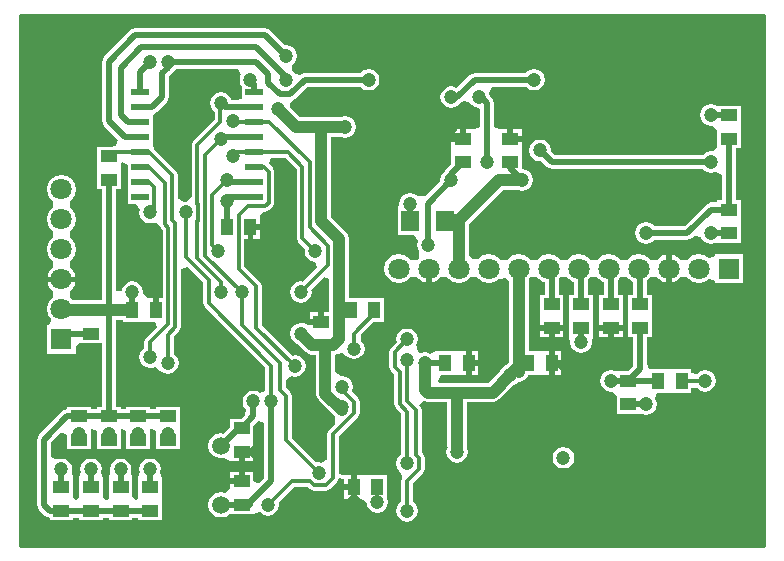
<source format=gbl>
G04 Layer_Physical_Order=2*
G04 Layer_Color=16711680*
%FSLAX42Y42*%
%MOMM*%
G71*
G01*
G75*
%ADD10R,1.00X1.40*%
%ADD13R,1.40X1.00*%
%ADD14R,1.50X1.70*%
%ADD16R,1.50X0.60*%
%ADD17C,0.50*%
%ADD18C,0.30*%
%ADD19C,1.00*%
%ADD21C,0.25*%
%ADD22R,1.80X1.80*%
%ADD23C,1.80*%
%ADD24C,1.50*%
%ADD25R,1.80X1.80*%
%ADD26C,1.20*%
G36*
X6300Y0D02*
X0D01*
Y4500D01*
X6300D01*
Y0D01*
D02*
G37*
%LPC*%
G36*
X4350Y4042D02*
X4315Y4035D01*
X4285Y4015D01*
X4282Y4010D01*
X3850D01*
X3808Y3992D01*
X3694Y3879D01*
X3685Y3885D01*
X3650Y3892D01*
X3615Y3885D01*
X3585Y3865D01*
X3565Y3835D01*
X3558Y3800D01*
X3565Y3765D01*
X3585Y3735D01*
X3615Y3715D01*
X3650Y3708D01*
X3685Y3715D01*
X3715Y3735D01*
X3726Y3751D01*
X3742Y3758D01*
X3750Y3766D01*
X3767Y3766D01*
X3809Y3754D01*
X3822Y3735D01*
X3851Y3715D01*
X3887Y3708D01*
X3890Y3705D01*
Y3553D01*
X3850Y3530D01*
X3840Y3530D01*
X3775D01*
Y3450D01*
X3750D01*
Y3425D01*
X3650D01*
Y3380D01*
X3650Y3370D01*
Y3330D01*
X3650Y3320D01*
Y3234D01*
X3608Y3192D01*
X3601Y3176D01*
X3585Y3165D01*
X3565Y3135D01*
X3558Y3100D01*
X3559Y3094D01*
X3427Y2961D01*
X3369Y2963D01*
X3365Y2965D01*
X3365Y2965D01*
X3335Y2985D01*
X3300Y2992D01*
X3265Y2985D01*
X3235Y2965D01*
X3215Y2935D01*
X3207Y2899D01*
X3195Y2865D01*
X3195Y2819D01*
Y2635D01*
X3338D01*
X3365Y2585D01*
X3358Y2550D01*
X3365Y2515D01*
X3376Y2498D01*
X3374Y2439D01*
X3373Y2437D01*
X3362Y2419D01*
X3304D01*
X3293Y2437D01*
X3253Y2463D01*
X3206Y2472D01*
X3159Y2463D01*
X3119Y2437D01*
X3093Y2397D01*
X3084Y2350D01*
X3093Y2303D01*
X3119Y2263D01*
X3159Y2237D01*
X3206Y2228D01*
X3253Y2237D01*
X3293Y2263D01*
X3304Y2281D01*
X3362D01*
X3373Y2263D01*
X3413Y2237D01*
X3435Y2233D01*
Y2350D01*
X3485D01*
Y2233D01*
X3507Y2237D01*
X3547Y2263D01*
X3558Y2281D01*
X3616D01*
X3627Y2263D01*
X3667Y2237D01*
X3714Y2228D01*
X3761Y2237D01*
X3801Y2263D01*
X3812Y2281D01*
X3870D01*
X3881Y2263D01*
X3921Y2237D01*
X3968Y2228D01*
X4015Y2237D01*
X4055Y2263D01*
X4056Y2265D01*
X4111Y2269D01*
X4140Y2238D01*
Y1556D01*
X4121Y1536D01*
X4115Y1535D01*
X4085Y1515D01*
X4065Y1485D01*
X4064Y1479D01*
X3966Y1382D01*
X3547D01*
X3535Y1400D01*
X3562Y1450D01*
X3670D01*
X3680Y1450D01*
X3720D01*
X3730Y1450D01*
X3775D01*
Y1550D01*
Y1650D01*
X3730D01*
X3720Y1650D01*
X3680D01*
X3670Y1650D01*
X3520D01*
X3520Y1650D01*
X3470Y1628D01*
X3460Y1635D01*
X3425Y1642D01*
X3396Y1636D01*
X3384Y1638D01*
X3368Y1648D01*
X3355Y1708D01*
X3360Y1715D01*
X3367Y1750D01*
X3360Y1785D01*
X3340Y1815D01*
X3310Y1835D01*
X3275Y1842D01*
X3240Y1835D01*
X3210Y1815D01*
X3190Y1785D01*
X3183Y1750D01*
X3187Y1731D01*
X3136Y1679D01*
X3121Y1645D01*
Y1520D01*
X3136Y1486D01*
X3166Y1455D01*
Y1200D01*
X3181Y1166D01*
X3226Y1120D01*
Y776D01*
X3210Y765D01*
X3190Y735D01*
X3183Y700D01*
X3190Y665D01*
X3210Y635D01*
X3215Y632D01*
X3236Y593D01*
X3232Y566D01*
X3226Y552D01*
Y376D01*
X3210Y365D01*
X3190Y335D01*
X3183Y300D01*
X3190Y265D01*
X3210Y235D01*
X3240Y215D01*
X3275Y208D01*
X3310Y215D01*
X3340Y235D01*
X3360Y265D01*
X3367Y300D01*
X3360Y335D01*
X3340Y365D01*
X3324Y376D01*
Y531D01*
X3414Y622D01*
X3429Y657D01*
Y743D01*
X3414Y778D01*
X3399Y794D01*
Y1150D01*
X3384Y1184D01*
X3375Y1194D01*
X3407Y1232D01*
X3419Y1225D01*
X3450Y1218D01*
X3618D01*
Y850D01*
X3620Y842D01*
X3615Y835D01*
X3608Y800D01*
X3615Y765D01*
X3635Y735D01*
X3665Y715D01*
X3700Y708D01*
X3735Y715D01*
X3765Y735D01*
X3785Y765D01*
X3792Y800D01*
X3785Y835D01*
X3780Y842D01*
X3782Y850D01*
Y1218D01*
X4000D01*
X4031Y1225D01*
X4058Y1242D01*
X4179Y1364D01*
X4185Y1365D01*
X4215Y1385D01*
X4219Y1391D01*
X4222Y1390D01*
X4253Y1397D01*
X4280Y1414D01*
X4297Y1441D01*
X4299Y1450D01*
X4370D01*
X4380Y1450D01*
X4420D01*
X4430Y1450D01*
X4475D01*
Y1550D01*
Y1650D01*
X4430D01*
X4420Y1650D01*
X4380D01*
X4370Y1650D01*
X4304D01*
Y2260D01*
X4309Y2263D01*
X4320Y2281D01*
X4378D01*
X4389Y2263D01*
X4429Y2237D01*
X4440Y2235D01*
Y2130D01*
X4400D01*
Y1980D01*
X4400Y1970D01*
Y1930D01*
X4400Y1920D01*
Y1875D01*
X4500D01*
X4600D01*
Y1920D01*
X4600Y1930D01*
Y1970D01*
X4600Y1980D01*
Y2130D01*
X4560D01*
Y2261D01*
X4563Y2263D01*
X4574Y2281D01*
X4632D01*
X4643Y2263D01*
X4683Y2237D01*
X4690Y2236D01*
Y2130D01*
X4650D01*
Y1980D01*
X4650Y1970D01*
Y1930D01*
X4650Y1920D01*
Y1770D01*
X4650D01*
X4658Y1725D01*
X4659Y1724D01*
X4665Y1690D01*
X4685Y1660D01*
X4715Y1640D01*
X4750Y1633D01*
X4785Y1640D01*
X4815Y1660D01*
X4835Y1690D01*
X4841Y1724D01*
X4842Y1725D01*
X4850Y1770D01*
X4850D01*
Y1920D01*
X4850Y1930D01*
Y1970D01*
X4850Y1980D01*
Y2130D01*
X4810D01*
Y2259D01*
X4817Y2263D01*
X4828Y2281D01*
X4886D01*
X4897Y2263D01*
X4937Y2237D01*
X4940Y2236D01*
Y2130D01*
X4900D01*
Y1980D01*
X4900Y1970D01*
Y1930D01*
X4900Y1920D01*
Y1875D01*
X5000D01*
X5100D01*
Y1920D01*
X5100Y1930D01*
Y1970D01*
X5100Y1980D01*
Y2130D01*
X5060D01*
Y2256D01*
X5071Y2263D01*
X5082Y2281D01*
X5140D01*
X5151Y2263D01*
X5190Y2237D01*
Y2130D01*
X5150D01*
Y1980D01*
X5150Y1970D01*
Y1930D01*
X5150Y1920D01*
Y1770D01*
X5190D01*
Y1525D01*
X5146Y1480D01*
X5050D01*
X5050Y1480D01*
X5038Y1483D01*
X5035Y1485D01*
X5000Y1492D01*
X4965Y1485D01*
X4935Y1465D01*
X4915Y1435D01*
X4908Y1400D01*
X4915Y1365D01*
X4935Y1335D01*
X4965Y1315D01*
X5000Y1308D01*
X5013Y1311D01*
X5050Y1270D01*
Y1120D01*
X5250D01*
X5250Y1120D01*
X5262Y1117D01*
X5265Y1115D01*
X5300Y1108D01*
X5335Y1115D01*
X5365Y1135D01*
X5385Y1165D01*
X5392Y1200D01*
X5385Y1235D01*
X5375Y1250D01*
X5394Y1297D01*
X5397Y1300D01*
X5470D01*
X5480Y1300D01*
X5520D01*
X5530Y1300D01*
X5680D01*
Y1337D01*
X5730Y1343D01*
X5735Y1335D01*
X5765Y1315D01*
X5800Y1308D01*
X5835Y1315D01*
X5865Y1335D01*
X5885Y1365D01*
X5892Y1400D01*
X5885Y1435D01*
X5865Y1465D01*
X5835Y1485D01*
X5800Y1492D01*
X5765Y1485D01*
X5735Y1465D01*
X5730Y1457D01*
X5680Y1463D01*
Y1500D01*
X5530D01*
X5520Y1500D01*
X5480D01*
X5470Y1500D01*
X5356D01*
X5320Y1500D01*
X5310Y1546D01*
Y1770D01*
X5350D01*
Y1920D01*
X5350Y1930D01*
Y1970D01*
X5350Y1980D01*
Y2130D01*
X5310D01*
Y2253D01*
X5325Y2263D01*
X5336Y2281D01*
X5394D01*
X5405Y2263D01*
X5445Y2237D01*
X5467Y2233D01*
Y2350D01*
Y2467D01*
X5445Y2463D01*
X5405Y2437D01*
X5394Y2419D01*
X5336D01*
X5325Y2437D01*
X5285Y2463D01*
X5238Y2472D01*
X5191Y2463D01*
X5151Y2437D01*
X5140Y2419D01*
X5082D01*
X5071Y2437D01*
X5031Y2463D01*
X4984Y2472D01*
X4937Y2463D01*
X4897Y2437D01*
X4886Y2419D01*
X4828D01*
X4817Y2437D01*
X4777Y2463D01*
X4730Y2472D01*
X4683Y2463D01*
X4643Y2437D01*
X4632Y2419D01*
X4574D01*
X4563Y2437D01*
X4523Y2463D01*
X4476Y2472D01*
X4429Y2463D01*
X4389Y2437D01*
X4378Y2419D01*
X4320D01*
X4309Y2437D01*
X4269Y2463D01*
X4222Y2472D01*
X4175Y2463D01*
X4135Y2437D01*
X4124Y2419D01*
X4066D01*
X4055Y2437D01*
X4015Y2463D01*
X3968Y2472D01*
X3921Y2463D01*
X3881Y2437D01*
X3880Y2435D01*
X3825Y2431D01*
X3796Y2462D01*
Y2730D01*
X4084Y3018D01*
X4210D01*
X4215Y3015D01*
X4250Y3008D01*
X4285Y3015D01*
X4315Y3035D01*
X4335Y3065D01*
X4342Y3100D01*
X4335Y3135D01*
X4315Y3165D01*
X4285Y3185D01*
X4250Y3192D01*
Y3320D01*
X4250Y3330D01*
Y3370D01*
X4250Y3380D01*
Y3425D01*
X4150D01*
Y3450D01*
X4125D01*
Y3530D01*
X4060D01*
X4050Y3530D01*
X4010Y3553D01*
Y3750D01*
X3992Y3792D01*
X3977Y3807D01*
X3971Y3835D01*
X3968Y3840D01*
X3994Y3890D01*
X4282D01*
X4285Y3885D01*
X4315Y3865D01*
X4350Y3858D01*
X4385Y3865D01*
X4415Y3885D01*
X4435Y3915D01*
X4442Y3950D01*
X4435Y3985D01*
X4415Y4015D01*
X4385Y4035D01*
X4350Y4042D01*
D02*
G37*
G36*
X2075Y4385D02*
X975D01*
X933Y4367D01*
X708Y4142D01*
X690Y4100D01*
Y3600D01*
X708Y3558D01*
X831Y3435D01*
X811Y3385D01*
X786D01*
X774Y3380D01*
X650D01*
Y3230D01*
X650Y3220D01*
Y3180D01*
X650Y3170D01*
Y3020D01*
X690D01*
Y2082D01*
X442D01*
X437Y2091D01*
X419Y2102D01*
Y2160D01*
X437Y2171D01*
X463Y2211D01*
X467Y2233D01*
X350D01*
X233D01*
X237Y2211D01*
X263Y2171D01*
X281Y2160D01*
Y2102D01*
X263Y2091D01*
X237Y2051D01*
X228Y2004D01*
X237Y1957D01*
X262Y1920D01*
X259Y1906D01*
X245Y1870D01*
X230D01*
Y1630D01*
X470D01*
Y1682D01*
X500Y1720D01*
X690D01*
Y1180D01*
X650D01*
Y1160D01*
X600D01*
Y1180D01*
X400D01*
Y1160D01*
X358Y1142D01*
X358Y1142D01*
X158Y942D01*
X140Y900D01*
Y350D01*
X158Y308D01*
X208Y258D01*
X250Y240D01*
Y220D01*
X450D01*
Y240D01*
X500D01*
Y220D01*
X700D01*
Y240D01*
X750D01*
Y220D01*
X950D01*
Y240D01*
X1000D01*
Y220D01*
X1200D01*
Y370D01*
X1200Y380D01*
Y420D01*
X1200Y430D01*
Y580D01*
X1200D01*
X1188Y630D01*
X1192Y650D01*
X1185Y685D01*
X1165Y715D01*
X1135Y735D01*
X1100Y742D01*
X1065Y735D01*
X1035Y715D01*
X1015Y685D01*
X1008Y650D01*
X1012Y630D01*
X1000Y580D01*
X1000D01*
Y430D01*
X1000Y420D01*
Y401D01*
X980Y393D01*
X950Y412D01*
X950Y430D01*
Y580D01*
X950D01*
X938Y630D01*
X942Y650D01*
X935Y685D01*
X915Y715D01*
X885Y735D01*
X850Y742D01*
X815Y735D01*
X785Y715D01*
X765Y685D01*
X758Y650D01*
X762Y630D01*
X750Y580D01*
X750D01*
Y430D01*
X750Y420D01*
Y401D01*
X730Y393D01*
X700Y412D01*
X700Y430D01*
Y580D01*
X700D01*
X688Y630D01*
X692Y650D01*
X685Y685D01*
X665Y715D01*
X635Y735D01*
X600Y742D01*
X565Y735D01*
X535Y715D01*
X515Y685D01*
X508Y650D01*
X512Y630D01*
X500Y580D01*
X500D01*
Y430D01*
X500Y408D01*
X476Y395D01*
X450Y410D01*
Y420D01*
X450D01*
Y580D01*
X450D01*
X438Y630D01*
X442Y650D01*
X435Y685D01*
X415Y715D01*
X385Y735D01*
X350Y742D01*
X315Y735D01*
X310Y731D01*
X260Y758D01*
Y875D01*
X350Y966D01*
X400Y945D01*
Y820D01*
X600D01*
Y970D01*
X600Y980D01*
X600D01*
Y989D01*
X604Y993D01*
X640Y983D01*
X650Y975D01*
Y820D01*
X850D01*
Y970D01*
X850Y980D01*
X850D01*
Y989D01*
X854Y993D01*
X890Y983D01*
X900Y975D01*
Y820D01*
X1100D01*
Y970D01*
X1100Y980D01*
X1100D01*
Y989D01*
X1104Y993D01*
X1140Y983D01*
X1150Y975D01*
Y820D01*
X1350D01*
Y970D01*
X1350Y980D01*
X1350D01*
Y1020D01*
X1350D01*
Y1180D01*
X1150D01*
Y1160D01*
X1100D01*
Y1180D01*
X900D01*
Y1160D01*
X850D01*
Y1180D01*
X810D01*
Y1918D01*
X870D01*
Y1900D01*
X1020D01*
X1030Y1900D01*
X1070D01*
X1080Y1900D01*
X1141D01*
X1160Y1854D01*
X1066Y1759D01*
X1051Y1725D01*
Y1676D01*
X1035Y1665D01*
X1015Y1635D01*
X1008Y1600D01*
X1015Y1565D01*
X1035Y1535D01*
X1065Y1515D01*
X1100Y1508D01*
X1115Y1511D01*
X1139Y1513D01*
X1184Y1487D01*
X1185Y1485D01*
X1215Y1465D01*
X1250Y1458D01*
X1285Y1465D01*
X1315Y1485D01*
X1335Y1515D01*
X1342Y1550D01*
X1335Y1585D01*
X1315Y1615D01*
X1299Y1626D01*
Y1770D01*
X1349Y1821D01*
X1364Y1855D01*
Y2347D01*
X1414Y2367D01*
X1546Y2235D01*
Y2055D01*
X1561Y2021D01*
X2076Y1505D01*
Y1321D01*
X2071Y1316D01*
X2033Y1300D01*
X2012Y1308D01*
X2010Y1310D01*
X1975Y1317D01*
X1940Y1310D01*
X1910Y1290D01*
X1890Y1260D01*
X1883Y1225D01*
X1890Y1190D01*
X1910Y1160D01*
X1903Y1112D01*
X1871Y1080D01*
X1775D01*
Y1009D01*
X1719Y953D01*
X1700Y957D01*
X1659Y949D01*
X1624Y926D01*
X1601Y891D01*
X1593Y850D01*
X1601Y809D01*
X1624Y774D01*
X1659Y751D01*
X1700Y743D01*
X1725Y748D01*
X1775Y720D01*
Y720D01*
X1850D01*
Y800D01*
X1875D01*
Y825D01*
X1975D01*
Y880D01*
X1975Y880D01*
Y920D01*
X1975D01*
X1975Y930D01*
Y1016D01*
X2015Y1056D01*
X2024Y1056D01*
X2065Y1044D01*
Y575D01*
X2021Y530D01*
X1975Y550D01*
Y630D01*
X1900D01*
Y550D01*
X1875D01*
Y525D01*
X1775D01*
Y486D01*
X1762Y472D01*
X1733Y450D01*
X1700Y457D01*
X1659Y449D01*
X1624Y426D01*
X1601Y391D01*
X1593Y350D01*
X1601Y309D01*
X1624Y274D01*
X1659Y251D01*
X1700Y243D01*
X1741Y251D01*
X1753Y259D01*
X1775Y270D01*
X1975D01*
Y271D01*
X2022Y292D01*
X2035Y285D01*
X2035Y285D01*
X2065Y265D01*
X2100Y258D01*
X2135Y265D01*
X2165Y285D01*
X2185Y315D01*
X2192Y350D01*
X2188Y369D01*
X2320Y501D01*
X2430D01*
X2450Y481D01*
X2484Y467D01*
X2591D01*
X2625Y481D01*
X2684Y541D01*
X2692Y559D01*
X2699Y575D01*
X2745Y566D01*
X2745Y552D01*
X2745Y550D01*
Y525D01*
X2800D01*
Y600D01*
X2749D01*
X2745Y600D01*
X2699Y609D01*
X2699Y622D01*
Y930D01*
X2864Y1096D01*
X2879Y1130D01*
Y1220D01*
X2864Y1254D01*
X2807Y1311D01*
X2810Y1315D01*
X2817Y1350D01*
X2810Y1385D01*
X2790Y1415D01*
X2760Y1435D01*
X2725Y1442D01*
X2717Y1440D01*
X2667Y1475D01*
Y1622D01*
X2681Y1625D01*
X2691Y1631D01*
X2721Y1635D01*
X2754Y1618D01*
X2760Y1608D01*
X2790Y1589D01*
X2825Y1582D01*
X2860Y1589D01*
X2890Y1608D01*
X2910Y1638D01*
X2917Y1673D01*
X2910Y1708D01*
X2890Y1738D01*
X2887Y1793D01*
X2994Y1900D01*
X3080D01*
Y2100D01*
X2930D01*
X2920Y2100D01*
Y2100D01*
X2880D01*
Y2100D01*
X2782D01*
Y2600D01*
X2775Y2631D01*
X2758Y2658D01*
X2632Y2784D01*
Y3468D01*
X2710D01*
X2715Y3465D01*
X2750Y3458D01*
X2785Y3465D01*
X2815Y3485D01*
X2835Y3515D01*
X2842Y3550D01*
X2835Y3585D01*
X2815Y3615D01*
X2785Y3635D01*
X2750Y3642D01*
X2715Y3635D01*
X2710Y3632D01*
X2369D01*
X2285Y3715D01*
X2286Y3735D01*
X2294Y3761D01*
X2305Y3773D01*
X2330Y3783D01*
X2437Y3890D01*
X2882D01*
X2885Y3885D01*
X2915Y3865D01*
X2950Y3858D01*
X2985Y3865D01*
X3015Y3885D01*
X3035Y3915D01*
X3042Y3950D01*
X3035Y3985D01*
X3015Y4015D01*
X2985Y4035D01*
X2950Y4042D01*
X2915Y4035D01*
X2885Y4015D01*
X2882Y4010D01*
X2413D01*
X2382Y3997D01*
X2367Y3993D01*
X2318Y4010D01*
X2315Y4015D01*
X2304Y4022D01*
X2304Y4078D01*
X2315Y4085D01*
X2335Y4115D01*
X2342Y4150D01*
X2335Y4185D01*
X2315Y4215D01*
X2285Y4235D01*
X2250Y4242D01*
X2244Y4241D01*
X2117Y4367D01*
X2075Y4385D01*
D02*
G37*
G36*
X4175Y3530D02*
Y3475D01*
X4250D01*
Y3530D01*
X4175D01*
D02*
G37*
G36*
X3725D02*
X3650D01*
Y3475D01*
X3725D01*
Y3530D01*
D02*
G37*
G36*
X5850Y3742D02*
X5815Y3735D01*
X5785Y3715D01*
X5765Y3685D01*
X5758Y3650D01*
X5765Y3615D01*
X5785Y3585D01*
X5815Y3565D01*
X5850Y3558D01*
X5863Y3561D01*
X5900Y3520D01*
Y3380D01*
X5863Y3339D01*
X5850Y3342D01*
X5815Y3335D01*
X5785Y3315D01*
X5782Y3310D01*
X4525D01*
X4491Y3344D01*
X4492Y3350D01*
X4485Y3385D01*
X4465Y3415D01*
X4435Y3435D01*
X4400Y3442D01*
X4365Y3435D01*
X4335Y3415D01*
X4315Y3385D01*
X4308Y3350D01*
X4315Y3315D01*
X4335Y3285D01*
X4365Y3265D01*
X4400Y3258D01*
X4406Y3259D01*
X4458Y3208D01*
X4500Y3190D01*
X5782D01*
X5785Y3185D01*
X5815Y3165D01*
X5850Y3158D01*
X5885Y3165D01*
X5890Y3169D01*
X5940Y3142D01*
Y2930D01*
X5900D01*
Y2910D01*
X5850D01*
X5808Y2892D01*
X5625Y2710D01*
X5368D01*
X5365Y2715D01*
X5335Y2735D01*
X5300Y2742D01*
X5265Y2735D01*
X5235Y2715D01*
X5215Y2685D01*
X5208Y2650D01*
X5215Y2615D01*
X5235Y2585D01*
X5265Y2565D01*
X5300Y2558D01*
X5335Y2565D01*
X5365Y2585D01*
X5368Y2590D01*
X5650D01*
X5692Y2608D01*
X5712Y2628D01*
X5764Y2615D01*
X5767Y2612D01*
X5785Y2585D01*
X5815Y2565D01*
X5850Y2558D01*
X5885Y2565D01*
X5900Y2570D01*
X5900Y2570D01*
X5900Y2570D01*
X6100D01*
Y2730D01*
X6100D01*
Y2770D01*
X6100D01*
Y2930D01*
X6060D01*
Y3370D01*
X6100D01*
Y3520D01*
X6100Y3530D01*
Y3570D01*
X6100Y3580D01*
Y3730D01*
X5900D01*
X5900Y3730D01*
X5888Y3733D01*
X5885Y3735D01*
X5850Y3742D01*
D02*
G37*
G36*
X5746Y2472D02*
X5699Y2463D01*
X5659Y2437D01*
X5648Y2419D01*
X5590D01*
X5579Y2437D01*
X5539Y2463D01*
X5517Y2467D01*
Y2350D01*
Y2233D01*
X5539Y2237D01*
X5579Y2263D01*
X5590Y2281D01*
X5648D01*
X5659Y2263D01*
X5699Y2237D01*
X5746Y2228D01*
X5793Y2237D01*
X5830Y2262D01*
X5844Y2259D01*
X5880Y2245D01*
Y2230D01*
X6120D01*
Y2470D01*
X5880D01*
Y2455D01*
X5844Y2441D01*
X5830Y2438D01*
X5793Y2463D01*
X5746Y2472D01*
D02*
G37*
G36*
X350Y3142D02*
X303Y3133D01*
X263Y3107D01*
X237Y3067D01*
X228Y3020D01*
X237Y2973D01*
X263Y2933D01*
X281Y2922D01*
Y2864D01*
X263Y2853D01*
X237Y2813D01*
X228Y2766D01*
X237Y2719D01*
X263Y2679D01*
X281Y2668D01*
Y2610D01*
X263Y2599D01*
X237Y2559D01*
X228Y2512D01*
X237Y2465D01*
X263Y2425D01*
X281Y2414D01*
Y2356D01*
X263Y2345D01*
X237Y2305D01*
X233Y2283D01*
X350D01*
X467D01*
X463Y2305D01*
X437Y2345D01*
X419Y2356D01*
Y2414D01*
X437Y2425D01*
X463Y2465D01*
X472Y2512D01*
X463Y2559D01*
X437Y2599D01*
X419Y2610D01*
Y2668D01*
X437Y2679D01*
X463Y2719D01*
X472Y2766D01*
X463Y2813D01*
X437Y2853D01*
X419Y2864D01*
Y2922D01*
X437Y2933D01*
X463Y2973D01*
X472Y3020D01*
X463Y3067D01*
X437Y3107D01*
X397Y3133D01*
X350Y3142D01*
D02*
G37*
G36*
X5100Y1825D02*
X5025D01*
Y1770D01*
X5100D01*
Y1825D01*
D02*
G37*
G36*
X4975D02*
X4900D01*
Y1770D01*
X4975D01*
Y1825D01*
D02*
G37*
G36*
X4600D02*
X4525D01*
Y1770D01*
X4600D01*
Y1825D01*
D02*
G37*
G36*
X4475D02*
X4400D01*
Y1770D01*
X4475D01*
Y1825D01*
D02*
G37*
G36*
X4525Y1650D02*
Y1575D01*
X4580D01*
Y1650D01*
X4525D01*
D02*
G37*
G36*
X3825D02*
Y1575D01*
X3880D01*
Y1650D01*
X3825D01*
D02*
G37*
G36*
X4580Y1525D02*
X4525D01*
Y1450D01*
X4580D01*
Y1525D01*
D02*
G37*
G36*
X3880D02*
X3825D01*
Y1450D01*
X3880D01*
Y1525D01*
D02*
G37*
G36*
X1975Y775D02*
X1900D01*
Y720D01*
X1975D01*
Y775D01*
D02*
G37*
G36*
X4600Y842D02*
X4565Y835D01*
X4535Y815D01*
X4515Y785D01*
X4508Y750D01*
X4515Y715D01*
X4535Y685D01*
X4565Y665D01*
X4600Y658D01*
X4635Y665D01*
X4665Y685D01*
X4685Y715D01*
X4692Y750D01*
X4685Y785D01*
X4665Y815D01*
X4635Y835D01*
X4600Y842D01*
D02*
G37*
G36*
X2945Y600D02*
X2905D01*
X2895Y600D01*
X2850D01*
Y500D01*
Y400D01*
X2887D01*
X2919Y383D01*
X2936Y363D01*
X2940Y340D01*
X2960Y310D01*
X2990Y290D01*
X3025Y283D01*
X3060Y290D01*
X3090Y310D01*
X3110Y340D01*
X3117Y375D01*
X3110Y410D01*
X3105Y417D01*
Y600D01*
X2955D01*
X2945Y600D01*
D02*
G37*
G36*
X1850Y630D02*
X1775D01*
Y575D01*
X1850D01*
Y630D01*
D02*
G37*
G36*
X2800Y475D02*
X2745D01*
Y400D01*
X2800D01*
Y475D01*
D02*
G37*
%LPD*%
G36*
X1869Y3990D02*
X1865Y3985D01*
X1858Y3950D01*
X1865Y3915D01*
X1878Y3896D01*
Y3785D01*
X1831Y3777D01*
X1786D01*
X1785Y3785D01*
X1765Y3815D01*
X1735Y3835D01*
X1700Y3842D01*
X1665Y3835D01*
X1635Y3815D01*
X1615Y3785D01*
X1608Y3750D01*
X1615Y3715D01*
X1635Y3685D01*
X1646Y3678D01*
Y3615D01*
X1466Y3434D01*
X1451Y3400D01*
Y2955D01*
X1401Y2917D01*
X1400Y2917D01*
X1384Y2914D01*
X1341Y2940D01*
X1334Y2949D01*
Y3140D01*
X1319Y3174D01*
X1135Y3359D01*
X1122Y3403D01*
X1122D01*
Y3523D01*
X1122D01*
Y3531D01*
X1122D01*
Y3650D01*
X1160Y3675D01*
X1244Y3760D01*
X1262Y3802D01*
Y3978D01*
X1292Y4008D01*
X1299Y4024D01*
X1315Y4035D01*
X1318Y4040D01*
X1842D01*
X1869Y3990D01*
D02*
G37*
G36*
X912Y3223D02*
Y3192D01*
X912Y3150D01*
X912D01*
Y3142D01*
X912D01*
Y3065D01*
X912Y3023D01*
X912D01*
Y3015D01*
X912D01*
Y2895D01*
X979D01*
X989Y2885D01*
X1012Y2845D01*
X1008Y2825D01*
X1015Y2790D01*
X1035Y2760D01*
X1065Y2740D01*
X1100Y2733D01*
X1126Y2738D01*
X1147Y2733D01*
X1182Y2711D01*
X1191Y2691D01*
X1206Y2675D01*
Y2100D01*
X1175D01*
Y2000D01*
X1125D01*
Y2100D01*
X1080D01*
X1039Y2137D01*
X1042Y2150D01*
X1035Y2185D01*
X1015Y2215D01*
X985Y2235D01*
X950Y2242D01*
X915Y2235D01*
X885Y2215D01*
X865Y2185D01*
X860Y2157D01*
X810Y2161D01*
Y3020D01*
X850D01*
Y3170D01*
X850Y3180D01*
Y3220D01*
X850Y3230D01*
Y3242D01*
X862Y3250D01*
X912Y3223D01*
D02*
G37*
G36*
X2341Y3190D02*
Y2610D01*
X2356Y2576D01*
X2412Y2519D01*
X2408Y2500D01*
X2415Y2465D01*
X2435Y2435D01*
X2465Y2415D01*
X2495Y2409D01*
X2506Y2390D01*
X2517Y2361D01*
X2394Y2238D01*
X2375Y2242D01*
X2340Y2235D01*
X2310Y2215D01*
X2290Y2185D01*
X2283Y2150D01*
X2290Y2115D01*
X2310Y2085D01*
X2340Y2065D01*
X2375Y2058D01*
X2410Y2065D01*
X2440Y2085D01*
X2460Y2115D01*
X2467Y2150D01*
X2463Y2169D01*
X2572Y2278D01*
X2618Y2259D01*
Y2000D01*
Y1980D01*
X2575D01*
Y1900D01*
X2525D01*
Y1980D01*
X2450D01*
Y1918D01*
X2435Y1906D01*
X2400Y1887D01*
X2375Y1892D01*
X2340Y1885D01*
X2310Y1865D01*
X2290Y1835D01*
X2283Y1800D01*
X2290Y1765D01*
X2310Y1735D01*
X2340Y1715D01*
X2346Y1714D01*
X2417Y1642D01*
X2444Y1625D01*
X2450Y1623D01*
Y1620D01*
X2467D01*
X2475Y1618D01*
X2503D01*
Y1292D01*
X2510Y1261D01*
X2527Y1234D01*
X2664Y1098D01*
X2669Y1037D01*
X2616Y984D01*
X2601Y950D01*
Y740D01*
X2588Y728D01*
X2551Y708D01*
X2528Y713D01*
X2509Y709D01*
X2299Y919D01*
Y1275D01*
X2284Y1309D01*
X2249Y1345D01*
Y1408D01*
X2266Y1421D01*
X2299Y1438D01*
X2325Y1433D01*
X2360Y1440D01*
X2390Y1460D01*
X2410Y1490D01*
X2417Y1525D01*
X2410Y1560D01*
X2390Y1590D01*
X2360Y1610D01*
X2325Y1617D01*
X2306Y1613D01*
X2049Y1870D01*
Y2200D01*
X2034Y2234D01*
X1899Y2370D01*
Y2600D01*
X1925D01*
Y2700D01*
X1950D01*
Y2725D01*
X2030D01*
Y2800D01*
X2067Y2832D01*
X2076D01*
X2111Y2846D01*
X2137Y2872D01*
X2151Y2907D01*
Y3172D01*
X2137Y3207D01*
X2109Y3235D01*
X2108Y3237D01*
X2124Y3285D01*
X2130Y3288D01*
X2243D01*
X2341Y3190D01*
D02*
G37*
%LPC*%
G36*
X2030Y2675D02*
X1975D01*
Y2600D01*
X2030D01*
Y2675D01*
D02*
G37*
%LPD*%
D10*
X3000Y2000D02*
D03*
X2800D02*
D03*
X5600Y1400D02*
D03*
X5400D02*
D03*
X2825Y500D02*
D03*
X3025D02*
D03*
X1150Y2000D02*
D03*
X950D02*
D03*
X1950Y2700D02*
D03*
X1750D02*
D03*
X3800Y1550D02*
D03*
X3600D02*
D03*
X4500D02*
D03*
X4300D02*
D03*
D13*
X750Y3100D02*
D03*
Y3300D02*
D03*
X1100Y500D02*
D03*
Y300D02*
D03*
X850Y500D02*
D03*
Y300D02*
D03*
X600D02*
D03*
Y500D02*
D03*
X350Y300D02*
D03*
Y500D02*
D03*
X500Y1100D02*
D03*
Y900D02*
D03*
X750Y1100D02*
D03*
Y900D02*
D03*
X1000D02*
D03*
Y1100D02*
D03*
X1250Y900D02*
D03*
Y1100D02*
D03*
X5000Y1850D02*
D03*
Y2050D02*
D03*
X3750Y3450D02*
D03*
Y3250D02*
D03*
X4150Y3450D02*
D03*
Y3250D02*
D03*
X2550Y1900D02*
D03*
Y1700D02*
D03*
X1875Y550D02*
D03*
Y350D02*
D03*
Y800D02*
D03*
Y1000D02*
D03*
X5150Y1400D02*
D03*
Y1200D02*
D03*
X4500Y1850D02*
D03*
Y2050D02*
D03*
X4750D02*
D03*
Y1850D02*
D03*
X5250Y2050D02*
D03*
Y1850D02*
D03*
X6000Y3650D02*
D03*
Y3450D02*
D03*
Y2650D02*
D03*
Y2850D02*
D03*
X600Y1800D02*
D03*
Y2000D02*
D03*
D14*
X3300Y2750D02*
D03*
X3600D02*
D03*
D16*
X1017Y2956D02*
D03*
Y3083D02*
D03*
Y3210D02*
D03*
Y3337D02*
D03*
Y3463D02*
D03*
Y3590D02*
D03*
Y3717D02*
D03*
X1983D02*
D03*
Y3590D02*
D03*
Y3463D02*
D03*
Y3337D02*
D03*
Y3210D02*
D03*
Y3083D02*
D03*
Y2956D02*
D03*
X1017Y3844D02*
D03*
X1983D02*
D03*
D17*
X2151Y2151D02*
X2187D01*
X2438Y1900D01*
X2550D01*
X2700Y2000D02*
X2800D01*
X5150Y1400D02*
X5250Y1500D01*
Y1850D01*
X5150Y1400D02*
X5400D01*
X750Y2000D02*
Y3100D01*
X2250Y2850D02*
Y3200D01*
X3450Y2900D02*
X3650Y3100D01*
X3450Y2550D02*
Y2900D01*
X3450Y2550D02*
X3450D01*
X3450D02*
X3450Y2550D01*
X750Y1100D02*
Y2000D01*
X950Y2050D02*
Y2150D01*
X1150Y2050D02*
Y2150D01*
Y2050D02*
X1150Y2050D01*
X4550Y1550D02*
X4650Y1450D01*
X3300Y2750D02*
Y2900D01*
X1202Y3802D02*
Y4002D01*
X1118Y3717D02*
X1202Y3802D01*
X2200Y3825D02*
X2288D01*
X2100Y3925D02*
X2200Y3825D01*
X2288D02*
X2413Y3950D01*
X1250Y4100D02*
X1250Y4100D01*
X2413Y3950D02*
X2950D01*
X1983Y3844D02*
Y3917D01*
X1950Y3950D02*
X1983Y3917D01*
X1875Y550D02*
Y800D01*
X2000D01*
X1950Y350D02*
Y375D01*
X2125Y550D02*
Y1225D01*
X1950Y375D02*
X2125Y550D01*
X1875Y350D02*
X1950D01*
X1700D02*
X1875D01*
X1975Y1100D02*
Y1225D01*
X1875Y1000D02*
X1975Y1100D01*
X1850Y1000D02*
X1875D01*
X1700Y850D02*
X1850Y1000D01*
X2825Y375D02*
Y500D01*
X3800Y1550D02*
X3975D01*
X3425D02*
X3600D01*
X4500Y2050D02*
Y2326D01*
X4476Y2350D02*
X4500Y2326D01*
X4750Y2050D02*
Y2330D01*
X4730Y2350D02*
X4750Y2330D01*
X5000Y2050D02*
Y2334D01*
X4984Y2350D02*
X5000Y2334D01*
X5250Y2050D02*
Y2338D01*
X5238Y2350D02*
X5250Y2338D01*
X4250Y1550D02*
X4300D01*
X4500D02*
X4550D01*
X5000Y1400D02*
X5150D01*
Y1200D02*
X5300D01*
X3700Y2336D02*
X3714Y2350D01*
X1756Y2956D02*
X1983D01*
X1750Y3100D02*
X1767Y3083D01*
X1983D01*
X1750Y2950D02*
X1756Y2956D01*
X1750Y2925D02*
Y2950D01*
X1017Y3717D02*
X1118D01*
X910Y3590D02*
X1017D01*
X850Y3650D02*
X910Y3590D01*
X886Y3463D02*
X1017D01*
X750Y3600D02*
X886Y3463D01*
X1733Y3717D02*
X1983D01*
X1700Y3750D02*
X1733Y3717D01*
X1714Y3463D02*
X1983D01*
X1700Y3450D02*
X1714Y3463D01*
X4150Y3200D02*
X4250Y3100D01*
X4150Y3200D02*
Y3250D01*
X3700Y3450D02*
X3750D01*
X3650Y3150D02*
X3750Y3250D01*
X3650Y3100D02*
Y3150D01*
Y3500D02*
X3700Y3450D01*
X3650Y3500D02*
Y3550D01*
X3950Y3250D02*
Y3750D01*
X3900Y3800D02*
X3950Y3750D01*
X3887Y3800D02*
X3900D01*
X5850Y3650D02*
X6000D01*
X5850Y2650D02*
X6000D01*
X4400Y3350D02*
X4500Y3250D01*
X4500D02*
X5850D01*
X5300Y2650D02*
X5650D01*
X5850Y2850D01*
X6000D01*
Y3450D01*
X4222Y1522D02*
X4250Y1550D01*
X750Y3600D02*
Y4100D01*
X850Y3650D02*
Y4050D01*
X1017Y3844D02*
Y4017D01*
X1100Y4100D01*
X1250Y4050D02*
Y4100D01*
X1202Y4002D02*
X1250Y4050D01*
X4750Y1725D02*
Y1850D01*
X1750Y2700D02*
Y2925D01*
X3650Y3800D02*
X3700D01*
X3850Y3950D01*
X4350D01*
X1100Y500D02*
Y650D01*
X850Y500D02*
Y650D01*
X600Y500D02*
Y650D01*
X350Y500D02*
Y650D01*
Y300D02*
X600D01*
X850D01*
X1100D01*
X250D02*
X350D01*
X200Y350D02*
X250Y300D01*
X500Y1100D02*
X750D01*
X1000D01*
X1250D01*
X200Y350D02*
Y900D01*
X400Y1100D01*
X400D02*
X400D01*
X500D01*
X400Y1800D02*
X600D01*
X350Y1750D02*
X400Y1800D01*
X850Y4050D02*
X1025Y4225D01*
X2000D01*
X2025Y4200D01*
X1250Y4100D02*
X2000D01*
X2100Y4000D01*
Y3925D02*
Y4000D01*
X2025Y4200D02*
X2250Y3975D01*
Y3950D02*
Y3975D01*
X750Y4100D02*
X975Y4325D01*
X2075D01*
X2250Y4150D01*
D18*
X2000Y1850D02*
X2325Y1525D01*
X2000Y1850D02*
Y2200D01*
X2200Y1325D02*
Y1550D01*
X1875Y1875D02*
X2200Y1550D01*
X1875Y1875D02*
Y2150D01*
X2375D02*
X2605Y2380D01*
X2250Y898D02*
Y1275D01*
X2200Y1325D02*
X2250Y1275D01*
X3000Y1975D02*
Y2000D01*
X2825Y1800D02*
X3000Y1975D01*
X2825Y1673D02*
Y1800D01*
X3170Y1645D02*
X3275Y1750D01*
X3170Y1520D02*
Y1645D01*
X5600Y1400D02*
X5800D01*
X786Y3337D02*
X1017D01*
X750Y3300D02*
X786Y3337D01*
X2830Y1130D02*
Y1220D01*
X2650Y950D02*
X2830Y1130D01*
X2650Y575D02*
Y950D01*
X2591Y516D02*
X2650Y575D01*
X2484Y516D02*
X2591D01*
X2450Y550D02*
X2484Y516D01*
X2300Y550D02*
X2450D01*
X2100Y350D02*
X2300Y550D01*
X2250Y898D02*
X2528Y621D01*
X2725Y1325D02*
X2830Y1220D01*
X2725Y1325D02*
Y1350D01*
X2066Y3210D02*
X2103Y3172D01*
X2390Y2610D02*
Y3210D01*
X2264Y3337D02*
X2390Y3210D01*
X1983Y3337D02*
X2264D01*
X1850Y2350D02*
X2000Y2200D01*
X1850Y2350D02*
Y2800D01*
X1565Y2460D02*
X1875Y2150D01*
X1850Y2800D02*
X1931Y2881D01*
X2076D01*
X2103Y2907D01*
Y3172D01*
X1100Y2825D02*
X1137Y2862D01*
Y3038D01*
X1093Y3083D02*
X1137Y3038D01*
X1017Y3083D02*
X1093D01*
X1089Y3337D02*
X1285Y3140D01*
Y2765D02*
Y3140D01*
Y2765D02*
X1315Y2735D01*
X1090Y3210D02*
X1225Y3075D01*
Y2725D02*
Y3075D01*
Y2725D02*
X1255Y2695D01*
Y1880D02*
Y2695D01*
X1315Y1855D02*
Y2735D01*
X1017Y3337D02*
X1089D01*
X1250Y1790D02*
X1315Y1855D01*
X1250Y1550D02*
Y1790D01*
X1017Y3210D02*
X1090D01*
X1100Y1725D02*
X1255Y1880D01*
X1100Y1600D02*
Y1725D01*
X1400Y2450D02*
Y2825D01*
Y2450D02*
X1400Y2450D01*
X1595Y2255D01*
X1625Y2550D02*
Y2975D01*
X1565Y2460D02*
Y3315D01*
X1500Y2898D02*
X1505Y2893D01*
Y2757D02*
Y2893D01*
X1500Y2752D02*
X1505Y2757D01*
X1500Y2898D02*
Y3400D01*
Y2440D02*
Y2752D01*
X1983Y3210D02*
X2066D01*
X1595Y2055D02*
Y2255D01*
Y2055D02*
X2125Y1525D01*
X1500Y3400D02*
X1695Y3595D01*
X1500Y2440D02*
X1700Y2240D01*
X1565Y3315D02*
X1700Y3450D01*
X1625Y2975D02*
X1750Y3100D01*
X1625Y2550D02*
X1675Y2500D01*
X1700Y2150D02*
Y2240D01*
X2605Y2380D02*
Y2545D01*
X2450Y2700D02*
X2605Y2545D01*
X2390Y2610D02*
X2500Y2500D01*
X2450Y2700D02*
Y3250D01*
X2425Y3275D02*
X2450Y3250D01*
X2125Y1225D02*
Y1525D01*
X1695Y3745D02*
X1700Y3750D01*
X1695Y3595D02*
Y3745D01*
X1836Y3337D02*
X1983D01*
X1800Y3300D02*
X1836Y3337D01*
X2109Y3590D02*
X2425Y3275D01*
X1983Y3590D02*
X2109D01*
X1809D02*
X1983D01*
X1800Y3600D02*
X1809Y3590D01*
X2425Y3275D02*
Y3275D01*
X3275Y300D02*
Y552D01*
X3350Y773D02*
Y1150D01*
Y773D02*
X3380Y743D01*
Y657D02*
Y743D01*
X3275Y552D02*
X3380Y657D01*
X3275Y1225D02*
X3350Y1150D01*
X3275Y700D02*
Y1140D01*
X3215Y1200D02*
X3275Y1140D01*
X3215Y1200D02*
Y1475D01*
X3170Y1520D02*
X3215Y1475D01*
X3275Y1225D02*
Y1575D01*
D19*
X2475Y1700D02*
X2550D01*
X2375Y1800D02*
X2475Y1700D01*
X2700Y2000D02*
Y2600D01*
Y1750D02*
Y2000D01*
X600D02*
X750D01*
X354D02*
X600D01*
X2725Y1159D02*
Y1175D01*
X2721Y1156D02*
X2725Y1159D01*
X2585Y1292D02*
X2721Y1156D01*
X2550Y3550D02*
X2750D01*
X2550Y2750D02*
Y3550D01*
Y2750D02*
X2700Y2600D01*
X2650Y1700D02*
X2700Y1750D01*
X2585Y1292D02*
Y1665D01*
X2550Y1700D02*
X2585Y1665D01*
X2550Y1700D02*
X2650D01*
X750Y2000D02*
X950D01*
X350Y2004D02*
X354Y2000D01*
X3700Y1300D02*
X4000D01*
X3450D02*
X3700D01*
Y850D02*
Y1300D01*
X3714Y2350D02*
Y2764D01*
X3614D02*
X3714D01*
X4050Y3100D02*
X4250D01*
X3714Y2764D02*
X4050Y3100D01*
X3425Y1325D02*
Y1550D01*
Y1325D02*
X3450Y1300D01*
X4000D02*
X4150Y1450D01*
X2185Y3700D02*
X2335Y3550D01*
X2750D01*
X4150Y1450D02*
X4222Y1522D01*
Y1472D02*
Y2350D01*
D21*
X0Y0D02*
Y4500D01*
X6300D01*
Y0D02*
Y4500D01*
X0Y0D02*
X6300D01*
D22*
X350Y1750D02*
D03*
D23*
Y2004D02*
D03*
Y2258D02*
D03*
Y2512D02*
D03*
Y2766D02*
D03*
Y3020D02*
D03*
X5746Y2350D02*
D03*
X5492D02*
D03*
X5238D02*
D03*
X4984D02*
D03*
X4730D02*
D03*
X3968D02*
D03*
X4222D02*
D03*
X4476D02*
D03*
X3206D02*
D03*
X3460D02*
D03*
X3714D02*
D03*
D24*
X1700Y850D02*
D03*
Y350D02*
D03*
D25*
X6000Y2350D02*
D03*
D26*
X3100Y1100D02*
D03*
X2375Y1800D02*
D03*
X2325Y1525D02*
D03*
X2375Y2150D02*
D03*
X900Y2825D02*
D03*
X2825Y1673D02*
D03*
X3275Y1750D02*
D03*
X5800Y1400D02*
D03*
X1300Y3350D02*
D03*
X2900Y2700D02*
D03*
X3350Y2000D02*
D03*
X4900Y150D02*
D03*
X1700D02*
D03*
X4850Y4350D02*
D03*
X2800D02*
D03*
X250Y150D02*
D03*
Y4350D02*
D03*
X6050Y150D02*
D03*
Y4350D02*
D03*
X2250Y3200D02*
D03*
X1100Y2825D02*
D03*
X1400Y2825D02*
D03*
X1675Y2500D02*
D03*
X2500D02*
D03*
X3450Y2550D02*
D03*
X2528Y621D02*
D03*
X2725Y1175D02*
D03*
Y1350D02*
D03*
X950Y2150D02*
D03*
X1150D02*
D03*
X4650Y1450D02*
D03*
X3700Y800D02*
D03*
X3300Y2900D02*
D03*
X1250Y1550D02*
D03*
X1100Y1600D02*
D03*
X1700Y2150D02*
D03*
X1875D02*
D03*
X2950Y3950D02*
D03*
X1950D02*
D03*
X1850Y1525D02*
D03*
X2825Y375D02*
D03*
X3025D02*
D03*
X3275Y700D02*
D03*
Y300D02*
D03*
Y1575D02*
D03*
X3975Y1550D02*
D03*
X3425D02*
D03*
X2000Y800D02*
D03*
X2100Y350D02*
D03*
X2125Y1225D02*
D03*
X1975D02*
D03*
X4150Y1450D02*
D03*
X5000Y1400D02*
D03*
X5300Y1200D02*
D03*
X4600Y750D02*
D03*
X1750Y3100D02*
D03*
Y2925D02*
D03*
X1250Y4100D02*
D03*
X2250Y3950D02*
D03*
X2250Y4150D02*
D03*
X1800Y3300D02*
D03*
X1700Y3450D02*
D03*
X1800Y3600D02*
D03*
X1700Y3750D02*
D03*
X2185Y3700D02*
D03*
X2750Y3550D02*
D03*
X4350Y3950D02*
D03*
X4250Y3100D02*
D03*
X3650D02*
D03*
Y3550D02*
D03*
X3950Y3250D02*
D03*
X3887Y3800D02*
D03*
X5850Y3650D02*
D03*
Y2650D02*
D03*
X4400Y3350D02*
D03*
X5850Y3250D02*
D03*
X5300Y2650D02*
D03*
X1350Y3850D02*
D03*
X1100Y4100D02*
D03*
X2151Y2151D02*
D03*
X4750Y1725D02*
D03*
X3650Y3800D02*
D03*
X1100Y650D02*
D03*
X850D02*
D03*
X600D02*
D03*
X350D02*
D03*
X1000Y950D02*
D03*
X750D02*
D03*
X500D02*
D03*
X1250D02*
D03*
X2250Y2950D02*
D03*
X1450Y800D02*
D03*
X1550Y1650D02*
D03*
M02*

</source>
